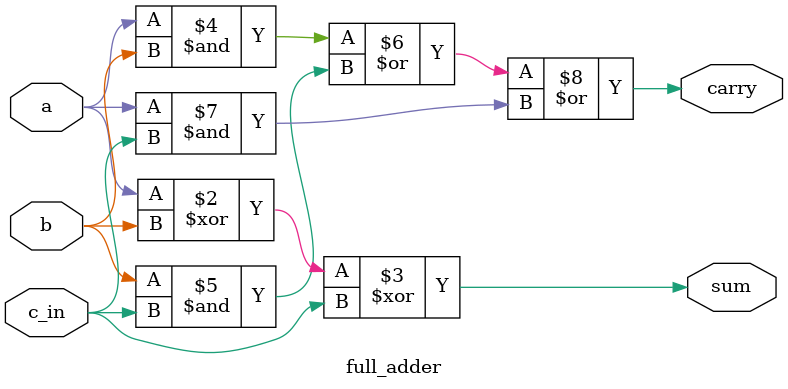
<source format=v>
module full_adder (output reg sum,carry,
                    input wire a,b,c_in
    
);

initial
    $display("debugging complete!");

    always @(*) begin
        
        sum= (a^b^c_in);
        carry= ((a&b)|(b&c_in)|(a&c_in)); 

    end

endmodule //full_adder
</source>
